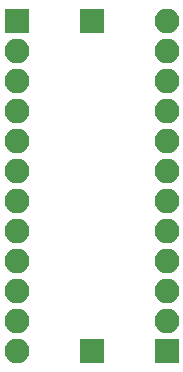
<source format=gbr>
G04 #@! TF.GenerationSoftware,KiCad,Pcbnew,(5.0.0-3-g5ebb6b6)*
G04 #@! TF.CreationDate,2019-01-26T00:17:38+00:00*
G04 #@! TF.ProjectId,QFN24_DIP,51464E32345F4449502E6B696361645F,rev?*
G04 #@! TF.SameCoordinates,Original*
G04 #@! TF.FileFunction,Soldermask,Bot*
G04 #@! TF.FilePolarity,Negative*
%FSLAX46Y46*%
G04 Gerber Fmt 4.6, Leading zero omitted, Abs format (unit mm)*
G04 Created by KiCad (PCBNEW (5.0.0-3-g5ebb6b6)) date Saturday, 26 January 2019 at 00:17:38*
%MOMM*%
%LPD*%
G01*
G04 APERTURE LIST*
%ADD10R,2.100000X2.100000*%
%ADD11O,2.100000X2.100000*%
G04 APERTURE END LIST*
D10*
G04 #@! TO.C,J1*
X101600000Y-76200000D03*
D11*
X101600000Y-78740000D03*
X101600000Y-81280000D03*
X101600000Y-83820000D03*
X101600000Y-86360000D03*
X101600000Y-88900000D03*
X101600000Y-91440000D03*
X101600000Y-93980000D03*
X101600000Y-96520000D03*
X101600000Y-99060000D03*
X101600000Y-101600000D03*
X101600000Y-104140000D03*
G04 #@! TD*
G04 #@! TO.C,J2*
X114300000Y-76200000D03*
X114300000Y-78740000D03*
X114300000Y-81280000D03*
X114300000Y-83820000D03*
X114300000Y-86360000D03*
X114300000Y-88900000D03*
X114300000Y-91440000D03*
X114300000Y-93980000D03*
X114300000Y-96520000D03*
X114300000Y-99060000D03*
X114300000Y-101600000D03*
D10*
X114300000Y-104140000D03*
G04 #@! TD*
G04 #@! TO.C,J3*
X107950000Y-76200000D03*
G04 #@! TD*
G04 #@! TO.C,J4*
X107950000Y-104140000D03*
G04 #@! TD*
M02*

</source>
